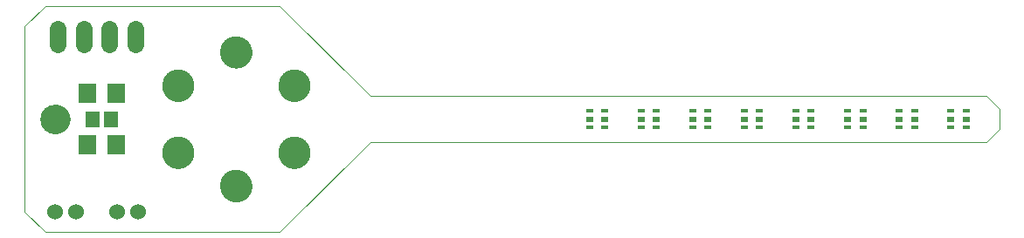
<source format=gts>
G75*
%MOIN*%
%OFA0B0*%
%FSLAX25Y25*%
%IPPOS*%
%LPD*%
%AMOC8*
5,1,8,0,0,1.08239X$1,22.5*
%
%ADD10C,0.00000*%
%ADD11C,0.12211*%
%ADD12C,0.11227*%
%ADD13C,0.06400*%
%ADD14R,0.02762X0.01778*%
%ADD15R,0.02762X0.02369*%
%ADD16R,0.06699X0.07487*%
%ADD17R,0.05518X0.06306*%
%ADD18C,0.06000*%
D10*
X0031028Y0034965D02*
X0038902Y0027091D01*
X0128469Y0027091D01*
X0162917Y0061539D01*
X0398154Y0061539D01*
X0403075Y0066461D01*
X0403075Y0074335D01*
X0398154Y0079256D01*
X0162917Y0079256D01*
X0128469Y0113705D01*
X0038902Y0113705D01*
X0031028Y0105831D01*
X0031028Y0034965D01*
X0105830Y0044807D02*
X0105832Y0044960D01*
X0105838Y0045114D01*
X0105848Y0045267D01*
X0105862Y0045419D01*
X0105880Y0045572D01*
X0105902Y0045723D01*
X0105927Y0045874D01*
X0105957Y0046025D01*
X0105991Y0046175D01*
X0106028Y0046323D01*
X0106069Y0046471D01*
X0106114Y0046617D01*
X0106163Y0046763D01*
X0106216Y0046907D01*
X0106272Y0047049D01*
X0106332Y0047190D01*
X0106396Y0047330D01*
X0106463Y0047468D01*
X0106534Y0047604D01*
X0106609Y0047738D01*
X0106686Y0047870D01*
X0106768Y0048000D01*
X0106852Y0048128D01*
X0106940Y0048254D01*
X0107031Y0048377D01*
X0107125Y0048498D01*
X0107223Y0048616D01*
X0107323Y0048732D01*
X0107427Y0048845D01*
X0107533Y0048956D01*
X0107642Y0049064D01*
X0107754Y0049169D01*
X0107868Y0049270D01*
X0107986Y0049369D01*
X0108105Y0049465D01*
X0108227Y0049558D01*
X0108352Y0049647D01*
X0108479Y0049734D01*
X0108608Y0049816D01*
X0108739Y0049896D01*
X0108872Y0049972D01*
X0109007Y0050045D01*
X0109144Y0050114D01*
X0109283Y0050179D01*
X0109423Y0050241D01*
X0109565Y0050299D01*
X0109708Y0050354D01*
X0109853Y0050405D01*
X0109999Y0050452D01*
X0110146Y0050495D01*
X0110294Y0050534D01*
X0110443Y0050570D01*
X0110593Y0050601D01*
X0110744Y0050629D01*
X0110895Y0050653D01*
X0111048Y0050673D01*
X0111200Y0050689D01*
X0111353Y0050701D01*
X0111506Y0050709D01*
X0111659Y0050713D01*
X0111813Y0050713D01*
X0111966Y0050709D01*
X0112119Y0050701D01*
X0112272Y0050689D01*
X0112424Y0050673D01*
X0112577Y0050653D01*
X0112728Y0050629D01*
X0112879Y0050601D01*
X0113029Y0050570D01*
X0113178Y0050534D01*
X0113326Y0050495D01*
X0113473Y0050452D01*
X0113619Y0050405D01*
X0113764Y0050354D01*
X0113907Y0050299D01*
X0114049Y0050241D01*
X0114189Y0050179D01*
X0114328Y0050114D01*
X0114465Y0050045D01*
X0114600Y0049972D01*
X0114733Y0049896D01*
X0114864Y0049816D01*
X0114993Y0049734D01*
X0115120Y0049647D01*
X0115245Y0049558D01*
X0115367Y0049465D01*
X0115486Y0049369D01*
X0115604Y0049270D01*
X0115718Y0049169D01*
X0115830Y0049064D01*
X0115939Y0048956D01*
X0116045Y0048845D01*
X0116149Y0048732D01*
X0116249Y0048616D01*
X0116347Y0048498D01*
X0116441Y0048377D01*
X0116532Y0048254D01*
X0116620Y0048128D01*
X0116704Y0048000D01*
X0116786Y0047870D01*
X0116863Y0047738D01*
X0116938Y0047604D01*
X0117009Y0047468D01*
X0117076Y0047330D01*
X0117140Y0047190D01*
X0117200Y0047049D01*
X0117256Y0046907D01*
X0117309Y0046763D01*
X0117358Y0046617D01*
X0117403Y0046471D01*
X0117444Y0046323D01*
X0117481Y0046175D01*
X0117515Y0046025D01*
X0117545Y0045874D01*
X0117570Y0045723D01*
X0117592Y0045572D01*
X0117610Y0045419D01*
X0117624Y0045267D01*
X0117634Y0045114D01*
X0117640Y0044960D01*
X0117642Y0044807D01*
X0117640Y0044654D01*
X0117634Y0044500D01*
X0117624Y0044347D01*
X0117610Y0044195D01*
X0117592Y0044042D01*
X0117570Y0043891D01*
X0117545Y0043740D01*
X0117515Y0043589D01*
X0117481Y0043439D01*
X0117444Y0043291D01*
X0117403Y0043143D01*
X0117358Y0042997D01*
X0117309Y0042851D01*
X0117256Y0042707D01*
X0117200Y0042565D01*
X0117140Y0042424D01*
X0117076Y0042284D01*
X0117009Y0042146D01*
X0116938Y0042010D01*
X0116863Y0041876D01*
X0116786Y0041744D01*
X0116704Y0041614D01*
X0116620Y0041486D01*
X0116532Y0041360D01*
X0116441Y0041237D01*
X0116347Y0041116D01*
X0116249Y0040998D01*
X0116149Y0040882D01*
X0116045Y0040769D01*
X0115939Y0040658D01*
X0115830Y0040550D01*
X0115718Y0040445D01*
X0115604Y0040344D01*
X0115486Y0040245D01*
X0115367Y0040149D01*
X0115245Y0040056D01*
X0115120Y0039967D01*
X0114993Y0039880D01*
X0114864Y0039798D01*
X0114733Y0039718D01*
X0114600Y0039642D01*
X0114465Y0039569D01*
X0114328Y0039500D01*
X0114189Y0039435D01*
X0114049Y0039373D01*
X0113907Y0039315D01*
X0113764Y0039260D01*
X0113619Y0039209D01*
X0113473Y0039162D01*
X0113326Y0039119D01*
X0113178Y0039080D01*
X0113029Y0039044D01*
X0112879Y0039013D01*
X0112728Y0038985D01*
X0112577Y0038961D01*
X0112424Y0038941D01*
X0112272Y0038925D01*
X0112119Y0038913D01*
X0111966Y0038905D01*
X0111813Y0038901D01*
X0111659Y0038901D01*
X0111506Y0038905D01*
X0111353Y0038913D01*
X0111200Y0038925D01*
X0111048Y0038941D01*
X0110895Y0038961D01*
X0110744Y0038985D01*
X0110593Y0039013D01*
X0110443Y0039044D01*
X0110294Y0039080D01*
X0110146Y0039119D01*
X0109999Y0039162D01*
X0109853Y0039209D01*
X0109708Y0039260D01*
X0109565Y0039315D01*
X0109423Y0039373D01*
X0109283Y0039435D01*
X0109144Y0039500D01*
X0109007Y0039569D01*
X0108872Y0039642D01*
X0108739Y0039718D01*
X0108608Y0039798D01*
X0108479Y0039880D01*
X0108352Y0039967D01*
X0108227Y0040056D01*
X0108105Y0040149D01*
X0107986Y0040245D01*
X0107868Y0040344D01*
X0107754Y0040445D01*
X0107642Y0040550D01*
X0107533Y0040658D01*
X0107427Y0040769D01*
X0107323Y0040882D01*
X0107223Y0040998D01*
X0107125Y0041116D01*
X0107031Y0041237D01*
X0106940Y0041360D01*
X0106852Y0041486D01*
X0106768Y0041614D01*
X0106686Y0041744D01*
X0106609Y0041876D01*
X0106534Y0042010D01*
X0106463Y0042146D01*
X0106396Y0042284D01*
X0106332Y0042424D01*
X0106272Y0042565D01*
X0106216Y0042707D01*
X0106163Y0042851D01*
X0106114Y0042997D01*
X0106069Y0043143D01*
X0106028Y0043291D01*
X0105991Y0043439D01*
X0105957Y0043589D01*
X0105927Y0043740D01*
X0105902Y0043891D01*
X0105880Y0044042D01*
X0105862Y0044195D01*
X0105848Y0044347D01*
X0105838Y0044500D01*
X0105832Y0044654D01*
X0105830Y0044807D01*
X0083665Y0057602D02*
X0083667Y0057755D01*
X0083673Y0057909D01*
X0083683Y0058062D01*
X0083697Y0058214D01*
X0083715Y0058367D01*
X0083737Y0058518D01*
X0083762Y0058669D01*
X0083792Y0058820D01*
X0083826Y0058970D01*
X0083863Y0059118D01*
X0083904Y0059266D01*
X0083949Y0059412D01*
X0083998Y0059558D01*
X0084051Y0059702D01*
X0084107Y0059844D01*
X0084167Y0059985D01*
X0084231Y0060125D01*
X0084298Y0060263D01*
X0084369Y0060399D01*
X0084444Y0060533D01*
X0084521Y0060665D01*
X0084603Y0060795D01*
X0084687Y0060923D01*
X0084775Y0061049D01*
X0084866Y0061172D01*
X0084960Y0061293D01*
X0085058Y0061411D01*
X0085158Y0061527D01*
X0085262Y0061640D01*
X0085368Y0061751D01*
X0085477Y0061859D01*
X0085589Y0061964D01*
X0085703Y0062065D01*
X0085821Y0062164D01*
X0085940Y0062260D01*
X0086062Y0062353D01*
X0086187Y0062442D01*
X0086314Y0062529D01*
X0086443Y0062611D01*
X0086574Y0062691D01*
X0086707Y0062767D01*
X0086842Y0062840D01*
X0086979Y0062909D01*
X0087118Y0062974D01*
X0087258Y0063036D01*
X0087400Y0063094D01*
X0087543Y0063149D01*
X0087688Y0063200D01*
X0087834Y0063247D01*
X0087981Y0063290D01*
X0088129Y0063329D01*
X0088278Y0063365D01*
X0088428Y0063396D01*
X0088579Y0063424D01*
X0088730Y0063448D01*
X0088883Y0063468D01*
X0089035Y0063484D01*
X0089188Y0063496D01*
X0089341Y0063504D01*
X0089494Y0063508D01*
X0089648Y0063508D01*
X0089801Y0063504D01*
X0089954Y0063496D01*
X0090107Y0063484D01*
X0090259Y0063468D01*
X0090412Y0063448D01*
X0090563Y0063424D01*
X0090714Y0063396D01*
X0090864Y0063365D01*
X0091013Y0063329D01*
X0091161Y0063290D01*
X0091308Y0063247D01*
X0091454Y0063200D01*
X0091599Y0063149D01*
X0091742Y0063094D01*
X0091884Y0063036D01*
X0092024Y0062974D01*
X0092163Y0062909D01*
X0092300Y0062840D01*
X0092435Y0062767D01*
X0092568Y0062691D01*
X0092699Y0062611D01*
X0092828Y0062529D01*
X0092955Y0062442D01*
X0093080Y0062353D01*
X0093202Y0062260D01*
X0093321Y0062164D01*
X0093439Y0062065D01*
X0093553Y0061964D01*
X0093665Y0061859D01*
X0093774Y0061751D01*
X0093880Y0061640D01*
X0093984Y0061527D01*
X0094084Y0061411D01*
X0094182Y0061293D01*
X0094276Y0061172D01*
X0094367Y0061049D01*
X0094455Y0060923D01*
X0094539Y0060795D01*
X0094621Y0060665D01*
X0094698Y0060533D01*
X0094773Y0060399D01*
X0094844Y0060263D01*
X0094911Y0060125D01*
X0094975Y0059985D01*
X0095035Y0059844D01*
X0095091Y0059702D01*
X0095144Y0059558D01*
X0095193Y0059412D01*
X0095238Y0059266D01*
X0095279Y0059118D01*
X0095316Y0058970D01*
X0095350Y0058820D01*
X0095380Y0058669D01*
X0095405Y0058518D01*
X0095427Y0058367D01*
X0095445Y0058214D01*
X0095459Y0058062D01*
X0095469Y0057909D01*
X0095475Y0057755D01*
X0095477Y0057602D01*
X0095475Y0057449D01*
X0095469Y0057295D01*
X0095459Y0057142D01*
X0095445Y0056990D01*
X0095427Y0056837D01*
X0095405Y0056686D01*
X0095380Y0056535D01*
X0095350Y0056384D01*
X0095316Y0056234D01*
X0095279Y0056086D01*
X0095238Y0055938D01*
X0095193Y0055792D01*
X0095144Y0055646D01*
X0095091Y0055502D01*
X0095035Y0055360D01*
X0094975Y0055219D01*
X0094911Y0055079D01*
X0094844Y0054941D01*
X0094773Y0054805D01*
X0094698Y0054671D01*
X0094621Y0054539D01*
X0094539Y0054409D01*
X0094455Y0054281D01*
X0094367Y0054155D01*
X0094276Y0054032D01*
X0094182Y0053911D01*
X0094084Y0053793D01*
X0093984Y0053677D01*
X0093880Y0053564D01*
X0093774Y0053453D01*
X0093665Y0053345D01*
X0093553Y0053240D01*
X0093439Y0053139D01*
X0093321Y0053040D01*
X0093202Y0052944D01*
X0093080Y0052851D01*
X0092955Y0052762D01*
X0092828Y0052675D01*
X0092699Y0052593D01*
X0092568Y0052513D01*
X0092435Y0052437D01*
X0092300Y0052364D01*
X0092163Y0052295D01*
X0092024Y0052230D01*
X0091884Y0052168D01*
X0091742Y0052110D01*
X0091599Y0052055D01*
X0091454Y0052004D01*
X0091308Y0051957D01*
X0091161Y0051914D01*
X0091013Y0051875D01*
X0090864Y0051839D01*
X0090714Y0051808D01*
X0090563Y0051780D01*
X0090412Y0051756D01*
X0090259Y0051736D01*
X0090107Y0051720D01*
X0089954Y0051708D01*
X0089801Y0051700D01*
X0089648Y0051696D01*
X0089494Y0051696D01*
X0089341Y0051700D01*
X0089188Y0051708D01*
X0089035Y0051720D01*
X0088883Y0051736D01*
X0088730Y0051756D01*
X0088579Y0051780D01*
X0088428Y0051808D01*
X0088278Y0051839D01*
X0088129Y0051875D01*
X0087981Y0051914D01*
X0087834Y0051957D01*
X0087688Y0052004D01*
X0087543Y0052055D01*
X0087400Y0052110D01*
X0087258Y0052168D01*
X0087118Y0052230D01*
X0086979Y0052295D01*
X0086842Y0052364D01*
X0086707Y0052437D01*
X0086574Y0052513D01*
X0086443Y0052593D01*
X0086314Y0052675D01*
X0086187Y0052762D01*
X0086062Y0052851D01*
X0085940Y0052944D01*
X0085821Y0053040D01*
X0085703Y0053139D01*
X0085589Y0053240D01*
X0085477Y0053345D01*
X0085368Y0053453D01*
X0085262Y0053564D01*
X0085158Y0053677D01*
X0085058Y0053793D01*
X0084960Y0053911D01*
X0084866Y0054032D01*
X0084775Y0054155D01*
X0084687Y0054281D01*
X0084603Y0054409D01*
X0084521Y0054539D01*
X0084444Y0054671D01*
X0084369Y0054805D01*
X0084298Y0054941D01*
X0084231Y0055079D01*
X0084167Y0055219D01*
X0084107Y0055360D01*
X0084051Y0055502D01*
X0083998Y0055646D01*
X0083949Y0055792D01*
X0083904Y0055938D01*
X0083863Y0056086D01*
X0083826Y0056234D01*
X0083792Y0056384D01*
X0083762Y0056535D01*
X0083737Y0056686D01*
X0083715Y0056837D01*
X0083697Y0056990D01*
X0083683Y0057142D01*
X0083673Y0057295D01*
X0083667Y0057449D01*
X0083665Y0057602D01*
X0037426Y0070398D02*
X0037428Y0070545D01*
X0037434Y0070691D01*
X0037444Y0070837D01*
X0037458Y0070983D01*
X0037476Y0071129D01*
X0037497Y0071274D01*
X0037523Y0071418D01*
X0037553Y0071562D01*
X0037586Y0071704D01*
X0037623Y0071846D01*
X0037664Y0071987D01*
X0037709Y0072126D01*
X0037758Y0072265D01*
X0037810Y0072402D01*
X0037867Y0072537D01*
X0037926Y0072671D01*
X0037990Y0072803D01*
X0038057Y0072933D01*
X0038127Y0073062D01*
X0038201Y0073189D01*
X0038278Y0073313D01*
X0038359Y0073436D01*
X0038443Y0073556D01*
X0038530Y0073674D01*
X0038620Y0073789D01*
X0038713Y0073902D01*
X0038810Y0074013D01*
X0038909Y0074121D01*
X0039011Y0074226D01*
X0039116Y0074328D01*
X0039224Y0074427D01*
X0039335Y0074524D01*
X0039448Y0074617D01*
X0039563Y0074707D01*
X0039681Y0074794D01*
X0039801Y0074878D01*
X0039924Y0074959D01*
X0040048Y0075036D01*
X0040175Y0075110D01*
X0040304Y0075180D01*
X0040434Y0075247D01*
X0040566Y0075311D01*
X0040700Y0075370D01*
X0040835Y0075427D01*
X0040972Y0075479D01*
X0041111Y0075528D01*
X0041250Y0075573D01*
X0041391Y0075614D01*
X0041533Y0075651D01*
X0041675Y0075684D01*
X0041819Y0075714D01*
X0041963Y0075740D01*
X0042108Y0075761D01*
X0042254Y0075779D01*
X0042400Y0075793D01*
X0042546Y0075803D01*
X0042692Y0075809D01*
X0042839Y0075811D01*
X0042986Y0075809D01*
X0043132Y0075803D01*
X0043278Y0075793D01*
X0043424Y0075779D01*
X0043570Y0075761D01*
X0043715Y0075740D01*
X0043859Y0075714D01*
X0044003Y0075684D01*
X0044145Y0075651D01*
X0044287Y0075614D01*
X0044428Y0075573D01*
X0044567Y0075528D01*
X0044706Y0075479D01*
X0044843Y0075427D01*
X0044978Y0075370D01*
X0045112Y0075311D01*
X0045244Y0075247D01*
X0045374Y0075180D01*
X0045503Y0075110D01*
X0045630Y0075036D01*
X0045754Y0074959D01*
X0045877Y0074878D01*
X0045997Y0074794D01*
X0046115Y0074707D01*
X0046230Y0074617D01*
X0046343Y0074524D01*
X0046454Y0074427D01*
X0046562Y0074328D01*
X0046667Y0074226D01*
X0046769Y0074121D01*
X0046868Y0074013D01*
X0046965Y0073902D01*
X0047058Y0073789D01*
X0047148Y0073674D01*
X0047235Y0073556D01*
X0047319Y0073436D01*
X0047400Y0073313D01*
X0047477Y0073189D01*
X0047551Y0073062D01*
X0047621Y0072933D01*
X0047688Y0072803D01*
X0047752Y0072671D01*
X0047811Y0072537D01*
X0047868Y0072402D01*
X0047920Y0072265D01*
X0047969Y0072126D01*
X0048014Y0071987D01*
X0048055Y0071846D01*
X0048092Y0071704D01*
X0048125Y0071562D01*
X0048155Y0071418D01*
X0048181Y0071274D01*
X0048202Y0071129D01*
X0048220Y0070983D01*
X0048234Y0070837D01*
X0048244Y0070691D01*
X0048250Y0070545D01*
X0048252Y0070398D01*
X0048250Y0070251D01*
X0048244Y0070105D01*
X0048234Y0069959D01*
X0048220Y0069813D01*
X0048202Y0069667D01*
X0048181Y0069522D01*
X0048155Y0069378D01*
X0048125Y0069234D01*
X0048092Y0069092D01*
X0048055Y0068950D01*
X0048014Y0068809D01*
X0047969Y0068670D01*
X0047920Y0068531D01*
X0047868Y0068394D01*
X0047811Y0068259D01*
X0047752Y0068125D01*
X0047688Y0067993D01*
X0047621Y0067863D01*
X0047551Y0067734D01*
X0047477Y0067607D01*
X0047400Y0067483D01*
X0047319Y0067360D01*
X0047235Y0067240D01*
X0047148Y0067122D01*
X0047058Y0067007D01*
X0046965Y0066894D01*
X0046868Y0066783D01*
X0046769Y0066675D01*
X0046667Y0066570D01*
X0046562Y0066468D01*
X0046454Y0066369D01*
X0046343Y0066272D01*
X0046230Y0066179D01*
X0046115Y0066089D01*
X0045997Y0066002D01*
X0045877Y0065918D01*
X0045754Y0065837D01*
X0045630Y0065760D01*
X0045503Y0065686D01*
X0045374Y0065616D01*
X0045244Y0065549D01*
X0045112Y0065485D01*
X0044978Y0065426D01*
X0044843Y0065369D01*
X0044706Y0065317D01*
X0044567Y0065268D01*
X0044428Y0065223D01*
X0044287Y0065182D01*
X0044145Y0065145D01*
X0044003Y0065112D01*
X0043859Y0065082D01*
X0043715Y0065056D01*
X0043570Y0065035D01*
X0043424Y0065017D01*
X0043278Y0065003D01*
X0043132Y0064993D01*
X0042986Y0064987D01*
X0042839Y0064985D01*
X0042692Y0064987D01*
X0042546Y0064993D01*
X0042400Y0065003D01*
X0042254Y0065017D01*
X0042108Y0065035D01*
X0041963Y0065056D01*
X0041819Y0065082D01*
X0041675Y0065112D01*
X0041533Y0065145D01*
X0041391Y0065182D01*
X0041250Y0065223D01*
X0041111Y0065268D01*
X0040972Y0065317D01*
X0040835Y0065369D01*
X0040700Y0065426D01*
X0040566Y0065485D01*
X0040434Y0065549D01*
X0040304Y0065616D01*
X0040175Y0065686D01*
X0040048Y0065760D01*
X0039924Y0065837D01*
X0039801Y0065918D01*
X0039681Y0066002D01*
X0039563Y0066089D01*
X0039448Y0066179D01*
X0039335Y0066272D01*
X0039224Y0066369D01*
X0039116Y0066468D01*
X0039011Y0066570D01*
X0038909Y0066675D01*
X0038810Y0066783D01*
X0038713Y0066894D01*
X0038620Y0067007D01*
X0038530Y0067122D01*
X0038443Y0067240D01*
X0038359Y0067360D01*
X0038278Y0067483D01*
X0038201Y0067607D01*
X0038127Y0067734D01*
X0038057Y0067863D01*
X0037990Y0067993D01*
X0037926Y0068125D01*
X0037867Y0068259D01*
X0037810Y0068394D01*
X0037758Y0068531D01*
X0037709Y0068670D01*
X0037664Y0068809D01*
X0037623Y0068950D01*
X0037586Y0069092D01*
X0037553Y0069234D01*
X0037523Y0069378D01*
X0037497Y0069522D01*
X0037476Y0069667D01*
X0037458Y0069813D01*
X0037444Y0069959D01*
X0037434Y0070105D01*
X0037428Y0070251D01*
X0037426Y0070398D01*
X0083665Y0083193D02*
X0083667Y0083346D01*
X0083673Y0083500D01*
X0083683Y0083653D01*
X0083697Y0083805D01*
X0083715Y0083958D01*
X0083737Y0084109D01*
X0083762Y0084260D01*
X0083792Y0084411D01*
X0083826Y0084561D01*
X0083863Y0084709D01*
X0083904Y0084857D01*
X0083949Y0085003D01*
X0083998Y0085149D01*
X0084051Y0085293D01*
X0084107Y0085435D01*
X0084167Y0085576D01*
X0084231Y0085716D01*
X0084298Y0085854D01*
X0084369Y0085990D01*
X0084444Y0086124D01*
X0084521Y0086256D01*
X0084603Y0086386D01*
X0084687Y0086514D01*
X0084775Y0086640D01*
X0084866Y0086763D01*
X0084960Y0086884D01*
X0085058Y0087002D01*
X0085158Y0087118D01*
X0085262Y0087231D01*
X0085368Y0087342D01*
X0085477Y0087450D01*
X0085589Y0087555D01*
X0085703Y0087656D01*
X0085821Y0087755D01*
X0085940Y0087851D01*
X0086062Y0087944D01*
X0086187Y0088033D01*
X0086314Y0088120D01*
X0086443Y0088202D01*
X0086574Y0088282D01*
X0086707Y0088358D01*
X0086842Y0088431D01*
X0086979Y0088500D01*
X0087118Y0088565D01*
X0087258Y0088627D01*
X0087400Y0088685D01*
X0087543Y0088740D01*
X0087688Y0088791D01*
X0087834Y0088838D01*
X0087981Y0088881D01*
X0088129Y0088920D01*
X0088278Y0088956D01*
X0088428Y0088987D01*
X0088579Y0089015D01*
X0088730Y0089039D01*
X0088883Y0089059D01*
X0089035Y0089075D01*
X0089188Y0089087D01*
X0089341Y0089095D01*
X0089494Y0089099D01*
X0089648Y0089099D01*
X0089801Y0089095D01*
X0089954Y0089087D01*
X0090107Y0089075D01*
X0090259Y0089059D01*
X0090412Y0089039D01*
X0090563Y0089015D01*
X0090714Y0088987D01*
X0090864Y0088956D01*
X0091013Y0088920D01*
X0091161Y0088881D01*
X0091308Y0088838D01*
X0091454Y0088791D01*
X0091599Y0088740D01*
X0091742Y0088685D01*
X0091884Y0088627D01*
X0092024Y0088565D01*
X0092163Y0088500D01*
X0092300Y0088431D01*
X0092435Y0088358D01*
X0092568Y0088282D01*
X0092699Y0088202D01*
X0092828Y0088120D01*
X0092955Y0088033D01*
X0093080Y0087944D01*
X0093202Y0087851D01*
X0093321Y0087755D01*
X0093439Y0087656D01*
X0093553Y0087555D01*
X0093665Y0087450D01*
X0093774Y0087342D01*
X0093880Y0087231D01*
X0093984Y0087118D01*
X0094084Y0087002D01*
X0094182Y0086884D01*
X0094276Y0086763D01*
X0094367Y0086640D01*
X0094455Y0086514D01*
X0094539Y0086386D01*
X0094621Y0086256D01*
X0094698Y0086124D01*
X0094773Y0085990D01*
X0094844Y0085854D01*
X0094911Y0085716D01*
X0094975Y0085576D01*
X0095035Y0085435D01*
X0095091Y0085293D01*
X0095144Y0085149D01*
X0095193Y0085003D01*
X0095238Y0084857D01*
X0095279Y0084709D01*
X0095316Y0084561D01*
X0095350Y0084411D01*
X0095380Y0084260D01*
X0095405Y0084109D01*
X0095427Y0083958D01*
X0095445Y0083805D01*
X0095459Y0083653D01*
X0095469Y0083500D01*
X0095475Y0083346D01*
X0095477Y0083193D01*
X0095475Y0083040D01*
X0095469Y0082886D01*
X0095459Y0082733D01*
X0095445Y0082581D01*
X0095427Y0082428D01*
X0095405Y0082277D01*
X0095380Y0082126D01*
X0095350Y0081975D01*
X0095316Y0081825D01*
X0095279Y0081677D01*
X0095238Y0081529D01*
X0095193Y0081383D01*
X0095144Y0081237D01*
X0095091Y0081093D01*
X0095035Y0080951D01*
X0094975Y0080810D01*
X0094911Y0080670D01*
X0094844Y0080532D01*
X0094773Y0080396D01*
X0094698Y0080262D01*
X0094621Y0080130D01*
X0094539Y0080000D01*
X0094455Y0079872D01*
X0094367Y0079746D01*
X0094276Y0079623D01*
X0094182Y0079502D01*
X0094084Y0079384D01*
X0093984Y0079268D01*
X0093880Y0079155D01*
X0093774Y0079044D01*
X0093665Y0078936D01*
X0093553Y0078831D01*
X0093439Y0078730D01*
X0093321Y0078631D01*
X0093202Y0078535D01*
X0093080Y0078442D01*
X0092955Y0078353D01*
X0092828Y0078266D01*
X0092699Y0078184D01*
X0092568Y0078104D01*
X0092435Y0078028D01*
X0092300Y0077955D01*
X0092163Y0077886D01*
X0092024Y0077821D01*
X0091884Y0077759D01*
X0091742Y0077701D01*
X0091599Y0077646D01*
X0091454Y0077595D01*
X0091308Y0077548D01*
X0091161Y0077505D01*
X0091013Y0077466D01*
X0090864Y0077430D01*
X0090714Y0077399D01*
X0090563Y0077371D01*
X0090412Y0077347D01*
X0090259Y0077327D01*
X0090107Y0077311D01*
X0089954Y0077299D01*
X0089801Y0077291D01*
X0089648Y0077287D01*
X0089494Y0077287D01*
X0089341Y0077291D01*
X0089188Y0077299D01*
X0089035Y0077311D01*
X0088883Y0077327D01*
X0088730Y0077347D01*
X0088579Y0077371D01*
X0088428Y0077399D01*
X0088278Y0077430D01*
X0088129Y0077466D01*
X0087981Y0077505D01*
X0087834Y0077548D01*
X0087688Y0077595D01*
X0087543Y0077646D01*
X0087400Y0077701D01*
X0087258Y0077759D01*
X0087118Y0077821D01*
X0086979Y0077886D01*
X0086842Y0077955D01*
X0086707Y0078028D01*
X0086574Y0078104D01*
X0086443Y0078184D01*
X0086314Y0078266D01*
X0086187Y0078353D01*
X0086062Y0078442D01*
X0085940Y0078535D01*
X0085821Y0078631D01*
X0085703Y0078730D01*
X0085589Y0078831D01*
X0085477Y0078936D01*
X0085368Y0079044D01*
X0085262Y0079155D01*
X0085158Y0079268D01*
X0085058Y0079384D01*
X0084960Y0079502D01*
X0084866Y0079623D01*
X0084775Y0079746D01*
X0084687Y0079872D01*
X0084603Y0080000D01*
X0084521Y0080130D01*
X0084444Y0080262D01*
X0084369Y0080396D01*
X0084298Y0080532D01*
X0084231Y0080670D01*
X0084167Y0080810D01*
X0084107Y0080951D01*
X0084051Y0081093D01*
X0083998Y0081237D01*
X0083949Y0081383D01*
X0083904Y0081529D01*
X0083863Y0081677D01*
X0083826Y0081825D01*
X0083792Y0081975D01*
X0083762Y0082126D01*
X0083737Y0082277D01*
X0083715Y0082428D01*
X0083697Y0082581D01*
X0083683Y0082733D01*
X0083673Y0082886D01*
X0083667Y0083040D01*
X0083665Y0083193D01*
X0105830Y0095988D02*
X0105832Y0096141D01*
X0105838Y0096295D01*
X0105848Y0096448D01*
X0105862Y0096600D01*
X0105880Y0096753D01*
X0105902Y0096904D01*
X0105927Y0097055D01*
X0105957Y0097206D01*
X0105991Y0097356D01*
X0106028Y0097504D01*
X0106069Y0097652D01*
X0106114Y0097798D01*
X0106163Y0097944D01*
X0106216Y0098088D01*
X0106272Y0098230D01*
X0106332Y0098371D01*
X0106396Y0098511D01*
X0106463Y0098649D01*
X0106534Y0098785D01*
X0106609Y0098919D01*
X0106686Y0099051D01*
X0106768Y0099181D01*
X0106852Y0099309D01*
X0106940Y0099435D01*
X0107031Y0099558D01*
X0107125Y0099679D01*
X0107223Y0099797D01*
X0107323Y0099913D01*
X0107427Y0100026D01*
X0107533Y0100137D01*
X0107642Y0100245D01*
X0107754Y0100350D01*
X0107868Y0100451D01*
X0107986Y0100550D01*
X0108105Y0100646D01*
X0108227Y0100739D01*
X0108352Y0100828D01*
X0108479Y0100915D01*
X0108608Y0100997D01*
X0108739Y0101077D01*
X0108872Y0101153D01*
X0109007Y0101226D01*
X0109144Y0101295D01*
X0109283Y0101360D01*
X0109423Y0101422D01*
X0109565Y0101480D01*
X0109708Y0101535D01*
X0109853Y0101586D01*
X0109999Y0101633D01*
X0110146Y0101676D01*
X0110294Y0101715D01*
X0110443Y0101751D01*
X0110593Y0101782D01*
X0110744Y0101810D01*
X0110895Y0101834D01*
X0111048Y0101854D01*
X0111200Y0101870D01*
X0111353Y0101882D01*
X0111506Y0101890D01*
X0111659Y0101894D01*
X0111813Y0101894D01*
X0111966Y0101890D01*
X0112119Y0101882D01*
X0112272Y0101870D01*
X0112424Y0101854D01*
X0112577Y0101834D01*
X0112728Y0101810D01*
X0112879Y0101782D01*
X0113029Y0101751D01*
X0113178Y0101715D01*
X0113326Y0101676D01*
X0113473Y0101633D01*
X0113619Y0101586D01*
X0113764Y0101535D01*
X0113907Y0101480D01*
X0114049Y0101422D01*
X0114189Y0101360D01*
X0114328Y0101295D01*
X0114465Y0101226D01*
X0114600Y0101153D01*
X0114733Y0101077D01*
X0114864Y0100997D01*
X0114993Y0100915D01*
X0115120Y0100828D01*
X0115245Y0100739D01*
X0115367Y0100646D01*
X0115486Y0100550D01*
X0115604Y0100451D01*
X0115718Y0100350D01*
X0115830Y0100245D01*
X0115939Y0100137D01*
X0116045Y0100026D01*
X0116149Y0099913D01*
X0116249Y0099797D01*
X0116347Y0099679D01*
X0116441Y0099558D01*
X0116532Y0099435D01*
X0116620Y0099309D01*
X0116704Y0099181D01*
X0116786Y0099051D01*
X0116863Y0098919D01*
X0116938Y0098785D01*
X0117009Y0098649D01*
X0117076Y0098511D01*
X0117140Y0098371D01*
X0117200Y0098230D01*
X0117256Y0098088D01*
X0117309Y0097944D01*
X0117358Y0097798D01*
X0117403Y0097652D01*
X0117444Y0097504D01*
X0117481Y0097356D01*
X0117515Y0097206D01*
X0117545Y0097055D01*
X0117570Y0096904D01*
X0117592Y0096753D01*
X0117610Y0096600D01*
X0117624Y0096448D01*
X0117634Y0096295D01*
X0117640Y0096141D01*
X0117642Y0095988D01*
X0117640Y0095835D01*
X0117634Y0095681D01*
X0117624Y0095528D01*
X0117610Y0095376D01*
X0117592Y0095223D01*
X0117570Y0095072D01*
X0117545Y0094921D01*
X0117515Y0094770D01*
X0117481Y0094620D01*
X0117444Y0094472D01*
X0117403Y0094324D01*
X0117358Y0094178D01*
X0117309Y0094032D01*
X0117256Y0093888D01*
X0117200Y0093746D01*
X0117140Y0093605D01*
X0117076Y0093465D01*
X0117009Y0093327D01*
X0116938Y0093191D01*
X0116863Y0093057D01*
X0116786Y0092925D01*
X0116704Y0092795D01*
X0116620Y0092667D01*
X0116532Y0092541D01*
X0116441Y0092418D01*
X0116347Y0092297D01*
X0116249Y0092179D01*
X0116149Y0092063D01*
X0116045Y0091950D01*
X0115939Y0091839D01*
X0115830Y0091731D01*
X0115718Y0091626D01*
X0115604Y0091525D01*
X0115486Y0091426D01*
X0115367Y0091330D01*
X0115245Y0091237D01*
X0115120Y0091148D01*
X0114993Y0091061D01*
X0114864Y0090979D01*
X0114733Y0090899D01*
X0114600Y0090823D01*
X0114465Y0090750D01*
X0114328Y0090681D01*
X0114189Y0090616D01*
X0114049Y0090554D01*
X0113907Y0090496D01*
X0113764Y0090441D01*
X0113619Y0090390D01*
X0113473Y0090343D01*
X0113326Y0090300D01*
X0113178Y0090261D01*
X0113029Y0090225D01*
X0112879Y0090194D01*
X0112728Y0090166D01*
X0112577Y0090142D01*
X0112424Y0090122D01*
X0112272Y0090106D01*
X0112119Y0090094D01*
X0111966Y0090086D01*
X0111813Y0090082D01*
X0111659Y0090082D01*
X0111506Y0090086D01*
X0111353Y0090094D01*
X0111200Y0090106D01*
X0111048Y0090122D01*
X0110895Y0090142D01*
X0110744Y0090166D01*
X0110593Y0090194D01*
X0110443Y0090225D01*
X0110294Y0090261D01*
X0110146Y0090300D01*
X0109999Y0090343D01*
X0109853Y0090390D01*
X0109708Y0090441D01*
X0109565Y0090496D01*
X0109423Y0090554D01*
X0109283Y0090616D01*
X0109144Y0090681D01*
X0109007Y0090750D01*
X0108872Y0090823D01*
X0108739Y0090899D01*
X0108608Y0090979D01*
X0108479Y0091061D01*
X0108352Y0091148D01*
X0108227Y0091237D01*
X0108105Y0091330D01*
X0107986Y0091426D01*
X0107868Y0091525D01*
X0107754Y0091626D01*
X0107642Y0091731D01*
X0107533Y0091839D01*
X0107427Y0091950D01*
X0107323Y0092063D01*
X0107223Y0092179D01*
X0107125Y0092297D01*
X0107031Y0092418D01*
X0106940Y0092541D01*
X0106852Y0092667D01*
X0106768Y0092795D01*
X0106686Y0092925D01*
X0106609Y0093057D01*
X0106534Y0093191D01*
X0106463Y0093327D01*
X0106396Y0093465D01*
X0106332Y0093605D01*
X0106272Y0093746D01*
X0106216Y0093888D01*
X0106163Y0094032D01*
X0106114Y0094178D01*
X0106069Y0094324D01*
X0106028Y0094472D01*
X0105991Y0094620D01*
X0105957Y0094770D01*
X0105927Y0094921D01*
X0105902Y0095072D01*
X0105880Y0095223D01*
X0105862Y0095376D01*
X0105848Y0095528D01*
X0105838Y0095681D01*
X0105832Y0095835D01*
X0105830Y0095988D01*
X0127996Y0083193D02*
X0127998Y0083346D01*
X0128004Y0083500D01*
X0128014Y0083653D01*
X0128028Y0083805D01*
X0128046Y0083958D01*
X0128068Y0084109D01*
X0128093Y0084260D01*
X0128123Y0084411D01*
X0128157Y0084561D01*
X0128194Y0084709D01*
X0128235Y0084857D01*
X0128280Y0085003D01*
X0128329Y0085149D01*
X0128382Y0085293D01*
X0128438Y0085435D01*
X0128498Y0085576D01*
X0128562Y0085716D01*
X0128629Y0085854D01*
X0128700Y0085990D01*
X0128775Y0086124D01*
X0128852Y0086256D01*
X0128934Y0086386D01*
X0129018Y0086514D01*
X0129106Y0086640D01*
X0129197Y0086763D01*
X0129291Y0086884D01*
X0129389Y0087002D01*
X0129489Y0087118D01*
X0129593Y0087231D01*
X0129699Y0087342D01*
X0129808Y0087450D01*
X0129920Y0087555D01*
X0130034Y0087656D01*
X0130152Y0087755D01*
X0130271Y0087851D01*
X0130393Y0087944D01*
X0130518Y0088033D01*
X0130645Y0088120D01*
X0130774Y0088202D01*
X0130905Y0088282D01*
X0131038Y0088358D01*
X0131173Y0088431D01*
X0131310Y0088500D01*
X0131449Y0088565D01*
X0131589Y0088627D01*
X0131731Y0088685D01*
X0131874Y0088740D01*
X0132019Y0088791D01*
X0132165Y0088838D01*
X0132312Y0088881D01*
X0132460Y0088920D01*
X0132609Y0088956D01*
X0132759Y0088987D01*
X0132910Y0089015D01*
X0133061Y0089039D01*
X0133214Y0089059D01*
X0133366Y0089075D01*
X0133519Y0089087D01*
X0133672Y0089095D01*
X0133825Y0089099D01*
X0133979Y0089099D01*
X0134132Y0089095D01*
X0134285Y0089087D01*
X0134438Y0089075D01*
X0134590Y0089059D01*
X0134743Y0089039D01*
X0134894Y0089015D01*
X0135045Y0088987D01*
X0135195Y0088956D01*
X0135344Y0088920D01*
X0135492Y0088881D01*
X0135639Y0088838D01*
X0135785Y0088791D01*
X0135930Y0088740D01*
X0136073Y0088685D01*
X0136215Y0088627D01*
X0136355Y0088565D01*
X0136494Y0088500D01*
X0136631Y0088431D01*
X0136766Y0088358D01*
X0136899Y0088282D01*
X0137030Y0088202D01*
X0137159Y0088120D01*
X0137286Y0088033D01*
X0137411Y0087944D01*
X0137533Y0087851D01*
X0137652Y0087755D01*
X0137770Y0087656D01*
X0137884Y0087555D01*
X0137996Y0087450D01*
X0138105Y0087342D01*
X0138211Y0087231D01*
X0138315Y0087118D01*
X0138415Y0087002D01*
X0138513Y0086884D01*
X0138607Y0086763D01*
X0138698Y0086640D01*
X0138786Y0086514D01*
X0138870Y0086386D01*
X0138952Y0086256D01*
X0139029Y0086124D01*
X0139104Y0085990D01*
X0139175Y0085854D01*
X0139242Y0085716D01*
X0139306Y0085576D01*
X0139366Y0085435D01*
X0139422Y0085293D01*
X0139475Y0085149D01*
X0139524Y0085003D01*
X0139569Y0084857D01*
X0139610Y0084709D01*
X0139647Y0084561D01*
X0139681Y0084411D01*
X0139711Y0084260D01*
X0139736Y0084109D01*
X0139758Y0083958D01*
X0139776Y0083805D01*
X0139790Y0083653D01*
X0139800Y0083500D01*
X0139806Y0083346D01*
X0139808Y0083193D01*
X0139806Y0083040D01*
X0139800Y0082886D01*
X0139790Y0082733D01*
X0139776Y0082581D01*
X0139758Y0082428D01*
X0139736Y0082277D01*
X0139711Y0082126D01*
X0139681Y0081975D01*
X0139647Y0081825D01*
X0139610Y0081677D01*
X0139569Y0081529D01*
X0139524Y0081383D01*
X0139475Y0081237D01*
X0139422Y0081093D01*
X0139366Y0080951D01*
X0139306Y0080810D01*
X0139242Y0080670D01*
X0139175Y0080532D01*
X0139104Y0080396D01*
X0139029Y0080262D01*
X0138952Y0080130D01*
X0138870Y0080000D01*
X0138786Y0079872D01*
X0138698Y0079746D01*
X0138607Y0079623D01*
X0138513Y0079502D01*
X0138415Y0079384D01*
X0138315Y0079268D01*
X0138211Y0079155D01*
X0138105Y0079044D01*
X0137996Y0078936D01*
X0137884Y0078831D01*
X0137770Y0078730D01*
X0137652Y0078631D01*
X0137533Y0078535D01*
X0137411Y0078442D01*
X0137286Y0078353D01*
X0137159Y0078266D01*
X0137030Y0078184D01*
X0136899Y0078104D01*
X0136766Y0078028D01*
X0136631Y0077955D01*
X0136494Y0077886D01*
X0136355Y0077821D01*
X0136215Y0077759D01*
X0136073Y0077701D01*
X0135930Y0077646D01*
X0135785Y0077595D01*
X0135639Y0077548D01*
X0135492Y0077505D01*
X0135344Y0077466D01*
X0135195Y0077430D01*
X0135045Y0077399D01*
X0134894Y0077371D01*
X0134743Y0077347D01*
X0134590Y0077327D01*
X0134438Y0077311D01*
X0134285Y0077299D01*
X0134132Y0077291D01*
X0133979Y0077287D01*
X0133825Y0077287D01*
X0133672Y0077291D01*
X0133519Y0077299D01*
X0133366Y0077311D01*
X0133214Y0077327D01*
X0133061Y0077347D01*
X0132910Y0077371D01*
X0132759Y0077399D01*
X0132609Y0077430D01*
X0132460Y0077466D01*
X0132312Y0077505D01*
X0132165Y0077548D01*
X0132019Y0077595D01*
X0131874Y0077646D01*
X0131731Y0077701D01*
X0131589Y0077759D01*
X0131449Y0077821D01*
X0131310Y0077886D01*
X0131173Y0077955D01*
X0131038Y0078028D01*
X0130905Y0078104D01*
X0130774Y0078184D01*
X0130645Y0078266D01*
X0130518Y0078353D01*
X0130393Y0078442D01*
X0130271Y0078535D01*
X0130152Y0078631D01*
X0130034Y0078730D01*
X0129920Y0078831D01*
X0129808Y0078936D01*
X0129699Y0079044D01*
X0129593Y0079155D01*
X0129489Y0079268D01*
X0129389Y0079384D01*
X0129291Y0079502D01*
X0129197Y0079623D01*
X0129106Y0079746D01*
X0129018Y0079872D01*
X0128934Y0080000D01*
X0128852Y0080130D01*
X0128775Y0080262D01*
X0128700Y0080396D01*
X0128629Y0080532D01*
X0128562Y0080670D01*
X0128498Y0080810D01*
X0128438Y0080951D01*
X0128382Y0081093D01*
X0128329Y0081237D01*
X0128280Y0081383D01*
X0128235Y0081529D01*
X0128194Y0081677D01*
X0128157Y0081825D01*
X0128123Y0081975D01*
X0128093Y0082126D01*
X0128068Y0082277D01*
X0128046Y0082428D01*
X0128028Y0082581D01*
X0128014Y0082733D01*
X0128004Y0082886D01*
X0127998Y0083040D01*
X0127996Y0083193D01*
X0127996Y0057602D02*
X0127998Y0057755D01*
X0128004Y0057909D01*
X0128014Y0058062D01*
X0128028Y0058214D01*
X0128046Y0058367D01*
X0128068Y0058518D01*
X0128093Y0058669D01*
X0128123Y0058820D01*
X0128157Y0058970D01*
X0128194Y0059118D01*
X0128235Y0059266D01*
X0128280Y0059412D01*
X0128329Y0059558D01*
X0128382Y0059702D01*
X0128438Y0059844D01*
X0128498Y0059985D01*
X0128562Y0060125D01*
X0128629Y0060263D01*
X0128700Y0060399D01*
X0128775Y0060533D01*
X0128852Y0060665D01*
X0128934Y0060795D01*
X0129018Y0060923D01*
X0129106Y0061049D01*
X0129197Y0061172D01*
X0129291Y0061293D01*
X0129389Y0061411D01*
X0129489Y0061527D01*
X0129593Y0061640D01*
X0129699Y0061751D01*
X0129808Y0061859D01*
X0129920Y0061964D01*
X0130034Y0062065D01*
X0130152Y0062164D01*
X0130271Y0062260D01*
X0130393Y0062353D01*
X0130518Y0062442D01*
X0130645Y0062529D01*
X0130774Y0062611D01*
X0130905Y0062691D01*
X0131038Y0062767D01*
X0131173Y0062840D01*
X0131310Y0062909D01*
X0131449Y0062974D01*
X0131589Y0063036D01*
X0131731Y0063094D01*
X0131874Y0063149D01*
X0132019Y0063200D01*
X0132165Y0063247D01*
X0132312Y0063290D01*
X0132460Y0063329D01*
X0132609Y0063365D01*
X0132759Y0063396D01*
X0132910Y0063424D01*
X0133061Y0063448D01*
X0133214Y0063468D01*
X0133366Y0063484D01*
X0133519Y0063496D01*
X0133672Y0063504D01*
X0133825Y0063508D01*
X0133979Y0063508D01*
X0134132Y0063504D01*
X0134285Y0063496D01*
X0134438Y0063484D01*
X0134590Y0063468D01*
X0134743Y0063448D01*
X0134894Y0063424D01*
X0135045Y0063396D01*
X0135195Y0063365D01*
X0135344Y0063329D01*
X0135492Y0063290D01*
X0135639Y0063247D01*
X0135785Y0063200D01*
X0135930Y0063149D01*
X0136073Y0063094D01*
X0136215Y0063036D01*
X0136355Y0062974D01*
X0136494Y0062909D01*
X0136631Y0062840D01*
X0136766Y0062767D01*
X0136899Y0062691D01*
X0137030Y0062611D01*
X0137159Y0062529D01*
X0137286Y0062442D01*
X0137411Y0062353D01*
X0137533Y0062260D01*
X0137652Y0062164D01*
X0137770Y0062065D01*
X0137884Y0061964D01*
X0137996Y0061859D01*
X0138105Y0061751D01*
X0138211Y0061640D01*
X0138315Y0061527D01*
X0138415Y0061411D01*
X0138513Y0061293D01*
X0138607Y0061172D01*
X0138698Y0061049D01*
X0138786Y0060923D01*
X0138870Y0060795D01*
X0138952Y0060665D01*
X0139029Y0060533D01*
X0139104Y0060399D01*
X0139175Y0060263D01*
X0139242Y0060125D01*
X0139306Y0059985D01*
X0139366Y0059844D01*
X0139422Y0059702D01*
X0139475Y0059558D01*
X0139524Y0059412D01*
X0139569Y0059266D01*
X0139610Y0059118D01*
X0139647Y0058970D01*
X0139681Y0058820D01*
X0139711Y0058669D01*
X0139736Y0058518D01*
X0139758Y0058367D01*
X0139776Y0058214D01*
X0139790Y0058062D01*
X0139800Y0057909D01*
X0139806Y0057755D01*
X0139808Y0057602D01*
X0139806Y0057449D01*
X0139800Y0057295D01*
X0139790Y0057142D01*
X0139776Y0056990D01*
X0139758Y0056837D01*
X0139736Y0056686D01*
X0139711Y0056535D01*
X0139681Y0056384D01*
X0139647Y0056234D01*
X0139610Y0056086D01*
X0139569Y0055938D01*
X0139524Y0055792D01*
X0139475Y0055646D01*
X0139422Y0055502D01*
X0139366Y0055360D01*
X0139306Y0055219D01*
X0139242Y0055079D01*
X0139175Y0054941D01*
X0139104Y0054805D01*
X0139029Y0054671D01*
X0138952Y0054539D01*
X0138870Y0054409D01*
X0138786Y0054281D01*
X0138698Y0054155D01*
X0138607Y0054032D01*
X0138513Y0053911D01*
X0138415Y0053793D01*
X0138315Y0053677D01*
X0138211Y0053564D01*
X0138105Y0053453D01*
X0137996Y0053345D01*
X0137884Y0053240D01*
X0137770Y0053139D01*
X0137652Y0053040D01*
X0137533Y0052944D01*
X0137411Y0052851D01*
X0137286Y0052762D01*
X0137159Y0052675D01*
X0137030Y0052593D01*
X0136899Y0052513D01*
X0136766Y0052437D01*
X0136631Y0052364D01*
X0136494Y0052295D01*
X0136355Y0052230D01*
X0136215Y0052168D01*
X0136073Y0052110D01*
X0135930Y0052055D01*
X0135785Y0052004D01*
X0135639Y0051957D01*
X0135492Y0051914D01*
X0135344Y0051875D01*
X0135195Y0051839D01*
X0135045Y0051808D01*
X0134894Y0051780D01*
X0134743Y0051756D01*
X0134590Y0051736D01*
X0134438Y0051720D01*
X0134285Y0051708D01*
X0134132Y0051700D01*
X0133979Y0051696D01*
X0133825Y0051696D01*
X0133672Y0051700D01*
X0133519Y0051708D01*
X0133366Y0051720D01*
X0133214Y0051736D01*
X0133061Y0051756D01*
X0132910Y0051780D01*
X0132759Y0051808D01*
X0132609Y0051839D01*
X0132460Y0051875D01*
X0132312Y0051914D01*
X0132165Y0051957D01*
X0132019Y0052004D01*
X0131874Y0052055D01*
X0131731Y0052110D01*
X0131589Y0052168D01*
X0131449Y0052230D01*
X0131310Y0052295D01*
X0131173Y0052364D01*
X0131038Y0052437D01*
X0130905Y0052513D01*
X0130774Y0052593D01*
X0130645Y0052675D01*
X0130518Y0052762D01*
X0130393Y0052851D01*
X0130271Y0052944D01*
X0130152Y0053040D01*
X0130034Y0053139D01*
X0129920Y0053240D01*
X0129808Y0053345D01*
X0129699Y0053453D01*
X0129593Y0053564D01*
X0129489Y0053677D01*
X0129389Y0053793D01*
X0129291Y0053911D01*
X0129197Y0054032D01*
X0129106Y0054155D01*
X0129018Y0054281D01*
X0128934Y0054409D01*
X0128852Y0054539D01*
X0128775Y0054671D01*
X0128700Y0054805D01*
X0128629Y0054941D01*
X0128562Y0055079D01*
X0128498Y0055219D01*
X0128438Y0055360D01*
X0128382Y0055502D01*
X0128329Y0055646D01*
X0128280Y0055792D01*
X0128235Y0055938D01*
X0128194Y0056086D01*
X0128157Y0056234D01*
X0128123Y0056384D01*
X0128093Y0056535D01*
X0128068Y0056686D01*
X0128046Y0056837D01*
X0128028Y0056990D01*
X0128014Y0057142D01*
X0128004Y0057295D01*
X0127998Y0057449D01*
X0127996Y0057602D01*
D11*
X0133902Y0057602D03*
X0089571Y0057602D03*
X0111736Y0044807D03*
X0089571Y0083193D03*
X0133902Y0083193D03*
X0111736Y0095988D03*
D12*
X0042839Y0070398D03*
D13*
X0043744Y0098894D02*
X0043744Y0104894D01*
X0053744Y0104894D02*
X0053744Y0098894D01*
X0063429Y0098894D02*
X0063429Y0104894D01*
X0073429Y0104894D02*
X0073429Y0098894D01*
D14*
X0246579Y0073646D03*
X0252484Y0073646D03*
X0266264Y0073646D03*
X0272169Y0073646D03*
X0285949Y0073646D03*
X0291854Y0073646D03*
X0305634Y0073646D03*
X0311539Y0073646D03*
X0325319Y0073646D03*
X0331224Y0073646D03*
X0345004Y0073646D03*
X0350909Y0073646D03*
X0364689Y0073646D03*
X0370594Y0073646D03*
X0384374Y0073646D03*
X0390280Y0073646D03*
X0390280Y0067150D03*
X0384374Y0067150D03*
X0370594Y0067150D03*
X0364689Y0067150D03*
X0350909Y0067150D03*
X0345004Y0067150D03*
X0331224Y0067150D03*
X0325319Y0067150D03*
X0311539Y0067150D03*
X0305634Y0067150D03*
X0291854Y0067150D03*
X0285949Y0067150D03*
X0272169Y0067150D03*
X0266264Y0067150D03*
X0252484Y0067150D03*
X0246579Y0067150D03*
D15*
X0246579Y0070398D03*
X0252484Y0070398D03*
X0266264Y0070398D03*
X0272169Y0070398D03*
X0285949Y0070398D03*
X0291854Y0070398D03*
X0305634Y0070398D03*
X0311539Y0070398D03*
X0325319Y0070398D03*
X0331224Y0070398D03*
X0345004Y0070398D03*
X0350909Y0070398D03*
X0364689Y0070398D03*
X0370594Y0070398D03*
X0384374Y0070398D03*
X0390280Y0070398D03*
D16*
X0066067Y0080240D03*
X0055043Y0080240D03*
X0055043Y0060555D03*
X0066067Y0060555D03*
D17*
X0063902Y0070398D03*
X0057209Y0070398D03*
D18*
X0050713Y0034965D03*
X0042839Y0034965D03*
X0066461Y0034965D03*
X0074335Y0034965D03*
M02*

</source>
